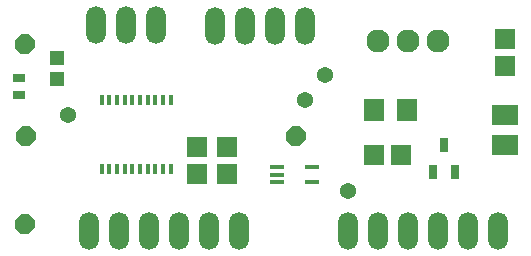
<source format=gts>
%FSLAX23Y23*%
%MOIN*%
G04 EasyPC Gerber Version 16.0.6 Build 3249 *
%ADD72O,0.06600X0.12600*%
%ADD101R,0.01742X0.03750*%
%ADD107R,0.02600X0.04600*%
%ADD102R,0.06506X0.06506*%
%ADD106R,0.06900X0.07690*%
%ADD111R,0.05029X0.01781*%
%ADD109R,0.04200X0.03000*%
%ADD110R,0.04930X0.04540*%
%ADD112C,0.05400*%
%ADD105C,0.07700*%
%ADD103R,0.06506X0.06506*%
%ADD104R,0.08600X0.06600*%
%AMT108*0 Octagon Pad at angle 0*4,1,8,-0.01366,-0.03300,0.01366,-0.03300,0.03300,-0.01366,0.03300,0.01366,0.01366,0.03300,-0.01366,0.03300,-0.03300,0.01366,-0.03300,-0.01366,-0.01366,-0.03300,0*%
%ADD108T108*%
X0Y0D02*
D02*
D72*
X305Y178D03*
X328Y865D03*
X405Y178D03*
X428Y865D03*
X505Y178D03*
X528Y865D03*
X605Y178D03*
X705D03*
X727Y861D03*
X805Y178D03*
X827Y861D03*
X927D03*
X1027D03*
X1169Y177D03*
X1269D03*
X1369D03*
X1469D03*
X1569D03*
X1669D03*
D02*
D101*
X348Y383D03*
Y615D03*
X373Y383D03*
Y615D03*
X399Y383D03*
Y615D03*
X424Y383D03*
Y615D03*
X450Y383D03*
Y615D03*
X476Y383D03*
Y615D03*
X501Y383D03*
Y615D03*
X527Y383D03*
Y615D03*
X552Y383D03*
Y615D03*
X578Y383D03*
Y615D03*
D02*
D102*
X665Y368D03*
Y458D03*
X765Y368D03*
Y458D03*
X1693Y728D03*
Y818D03*
D02*
D103*
X1254Y429D03*
X1344D03*
D02*
D104*
X1693Y462D03*
Y562D03*
D02*
D105*
X1268Y810D03*
X1368D03*
X1468D03*
D02*
D106*
X1256Y580D03*
X1366D03*
D02*
D107*
X1452Y373D03*
X1490Y463D03*
X1527Y373D03*
D02*
D108*
X93Y200D03*
Y800D03*
X96Y492D03*
X995Y493D03*
D02*
D109*
X72Y630D03*
Y686D03*
D02*
D110*
X199Y685D03*
Y755D03*
D02*
D111*
X931Y339D03*
Y364D03*
Y390D03*
X1048Y339D03*
Y390D03*
D02*
D112*
X234Y563D03*
X1027Y612D03*
X1092Y696D03*
X1168Y310D03*
X0Y0D02*
M02*

</source>
